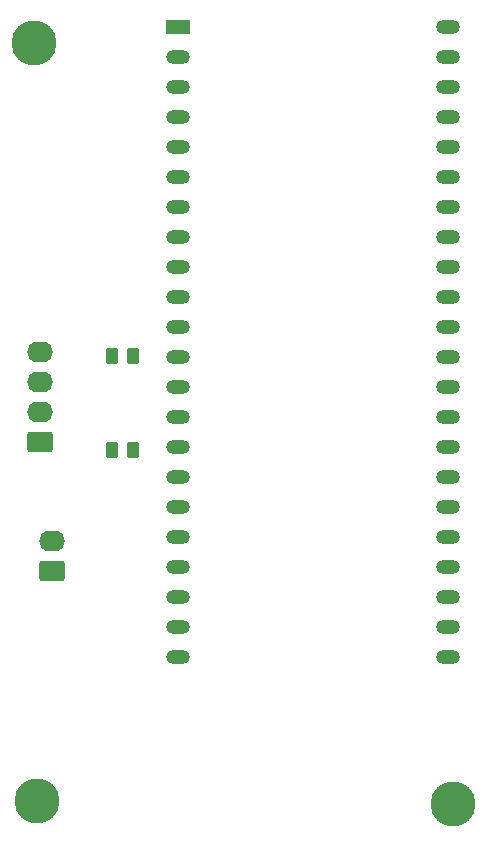
<source format=gts>
G04 #@! TF.GenerationSoftware,KiCad,Pcbnew,9.0.0*
G04 #@! TF.CreationDate,2025-07-09T15:49:06-04:00*
G04 #@! TF.ProjectId,SMACAR RECEIVER BOARD,534d4143-4152-4205-9245-434549564552,rev?*
G04 #@! TF.SameCoordinates,Original*
G04 #@! TF.FileFunction,Soldermask,Top*
G04 #@! TF.FilePolarity,Negative*
%FSLAX46Y46*%
G04 Gerber Fmt 4.6, Leading zero omitted, Abs format (unit mm)*
G04 Created by KiCad (PCBNEW 9.0.0) date 2025-07-09 15:49:06*
%MOMM*%
%LPD*%
G01*
G04 APERTURE LIST*
G04 Aperture macros list*
%AMRoundRect*
0 Rectangle with rounded corners*
0 $1 Rounding radius*
0 $2 $3 $4 $5 $6 $7 $8 $9 X,Y pos of 4 corners*
0 Add a 4 corners polygon primitive as box body*
4,1,4,$2,$3,$4,$5,$6,$7,$8,$9,$2,$3,0*
0 Add four circle primitives for the rounded corners*
1,1,$1+$1,$2,$3*
1,1,$1+$1,$4,$5*
1,1,$1+$1,$6,$7*
1,1,$1+$1,$8,$9*
0 Add four rect primitives between the rounded corners*
20,1,$1+$1,$2,$3,$4,$5,0*
20,1,$1+$1,$4,$5,$6,$7,0*
20,1,$1+$1,$6,$7,$8,$9,0*
20,1,$1+$1,$8,$9,$2,$3,0*%
G04 Aperture macros list end*
%ADD10C,3.800000*%
%ADD11RoundRect,0.250000X0.262500X0.450000X-0.262500X0.450000X-0.262500X-0.450000X0.262500X-0.450000X0*%
%ADD12RoundRect,0.250000X0.845000X-0.620000X0.845000X0.620000X-0.845000X0.620000X-0.845000X-0.620000X0*%
%ADD13O,2.190000X1.740000*%
%ADD14R,2.000000X1.200000*%
%ADD15O,2.000000X1.200000*%
G04 APERTURE END LIST*
D10*
G04 #@! TO.C,REF\u002A\u002A*
X126750000Y-116750000D03*
G04 #@! TD*
D11*
G04 #@! TO.C,R3*
X134912500Y-79000000D03*
X133087500Y-79000000D03*
G04 #@! TD*
D10*
G04 #@! TO.C,REF\u002A\u002A*
X162000000Y-117000000D03*
G04 #@! TD*
G04 #@! TO.C,REF\u002A\u002A*
X126500000Y-52500000D03*
G04 #@! TD*
D12*
G04 #@! TO.C,J1*
X127020000Y-86310000D03*
D13*
X127020000Y-83770000D03*
X127020000Y-81230000D03*
X127020000Y-78690000D03*
G04 #@! TD*
D14*
G04 #@! TO.C,U1*
X138670000Y-51157920D03*
D15*
X138670000Y-53697920D03*
X138670000Y-56237920D03*
X138670000Y-58777920D03*
X138670000Y-61317920D03*
X138670000Y-63857920D03*
X138670000Y-66397920D03*
X138670000Y-68937920D03*
X138670000Y-71477920D03*
X138670000Y-74017920D03*
X138670000Y-76557920D03*
X138670000Y-79097920D03*
X138670000Y-81637920D03*
X138670000Y-84177920D03*
X138670000Y-86717920D03*
X138670000Y-89257920D03*
X138670000Y-91797920D03*
X138670000Y-94337920D03*
X138670000Y-96877920D03*
X138666320Y-99415200D03*
X138666320Y-101955200D03*
X138666320Y-104495200D03*
X161530000Y-104497920D03*
X161530000Y-101957920D03*
X161530000Y-99417920D03*
X161530000Y-96877920D03*
X161530000Y-94337920D03*
X161530000Y-91797920D03*
X161530000Y-89257920D03*
X161530000Y-86717920D03*
X161530000Y-84177920D03*
X161530000Y-81637920D03*
X161530000Y-79097920D03*
X161530000Y-76557920D03*
X161530000Y-74017920D03*
X161530000Y-71477920D03*
X161530000Y-68937920D03*
X161530000Y-66397920D03*
X161530000Y-63857920D03*
X161530000Y-61317920D03*
X161530000Y-58777920D03*
X161530000Y-56237920D03*
X161530000Y-53697920D03*
X161530000Y-51157920D03*
G04 #@! TD*
D12*
G04 #@! TO.C,J2*
X128020000Y-97270000D03*
D13*
X128020000Y-94730000D03*
G04 #@! TD*
D11*
G04 #@! TO.C,R4*
X134912500Y-87000000D03*
X133087500Y-87000000D03*
G04 #@! TD*
M02*

</source>
